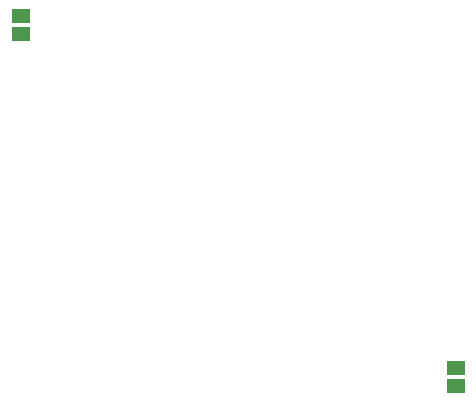
<source format=gtp>
G75*
G70*
%OFA0B0*%
%FSLAX24Y24*%
%IPPOS*%
%LPD*%
%AMOC8*
5,1,8,0,0,1.08239X$1,22.5*
%
%ADD10R,0.0630X0.0460*%
D10*
X028201Y019288D03*
X028201Y019888D03*
X042701Y008138D03*
X042701Y007538D03*
M02*

</source>
